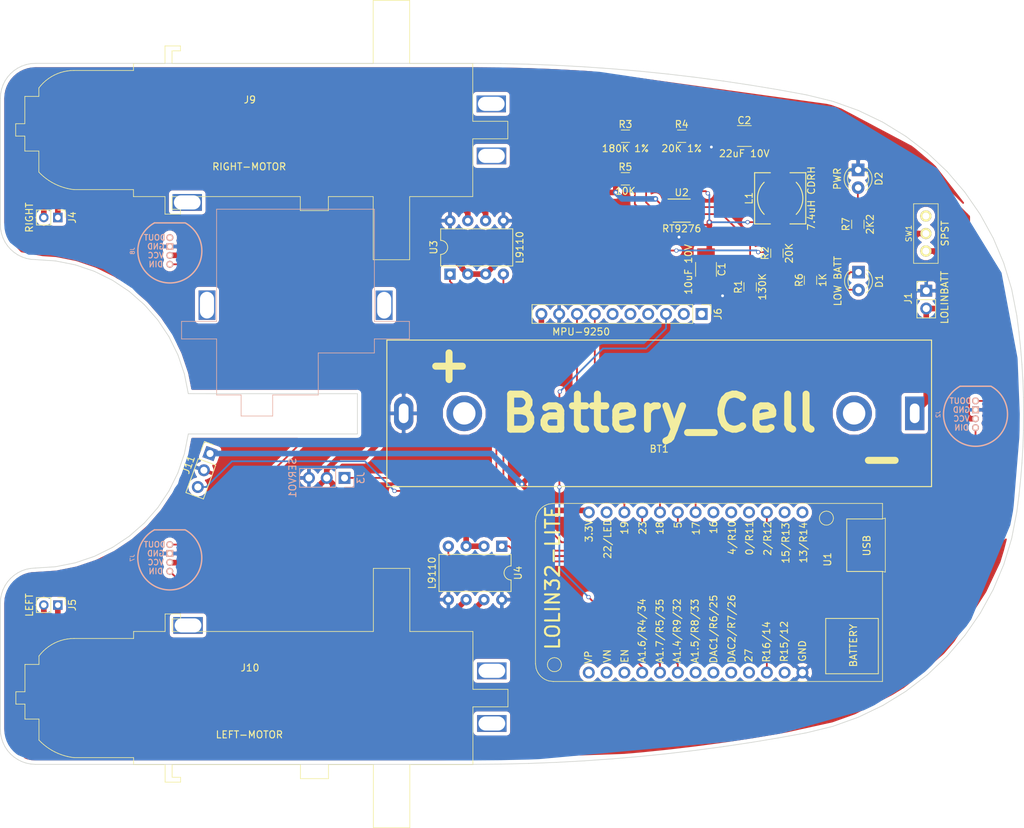
<source format=kicad_pcb>
(kicad_pcb (version 4) (host pcbnew 4.0.6)
  (layers (0 F.Cu signal) (31 B.Cu signal) (34 B.Paste user) (35 F.Paste user) (36 B.SilkS user) (37 F.SilkS user) (38 B.Mask user) (39 F.Mask user) (44 Edge.Cuts user))
  (net 0 "")
  (net 1 GND)
  (net 2 "Net-(BT1-Pad1)")
  (net 3 "Net-(C1-Pad1)")
  (net 4 +5V)
  (net 5 /LBO)
  (net 6 "Net-(D1-Pad2)")
  (net 7 "Net-(D2-Pad2)")
  (net 8 /IO17)
  (net 9 "Net-(J2-Pad4)")
  (net 10 /IO2)
  (net 11 "Net-(J4-Pad1)")
  (net 12 "Net-(J4-Pad2)")
  (net 13 "Net-(J5-Pad1)")
  (net 14 "Net-(J5-Pad2)")
  (net 15 /FSYNC)
  (net 16 /NCS)
  (net 17 /INT)
  (net 18 /ADO)
  (net 19 /ECL)
  (net 20 /EDA)
  (net 21 /IO18)
  (net 22 /IO19)
  (net 23 +3V3)
  (net 24 "Net-(J7-Pad4)")
  (net 25 "Net-(R1-Pad2)")
  (net 26 "Net-(R3-Pad2)")
  (net 27 /IO22)
  (net 28 /IO23)
  (net 29 /IO5)
  (net 30 /IO16)
  (net 31 /IO4)
  (net 32 /IO0)
  (net 33 /IO15)
  (net 34 /IO13)
  (net 35 /VP)
  (net 36 /VN)
  (net 37 /FN)
  (net 38 /IO34)
  (net 39 /IO35)
  (net 40 /IO32)
  (net 41 /IO33)
  (net 42 /IO25)
  (net 43 /IO26)
  (net 44 /IO27)
  (net 45 /IO12)
  (net 46 "Net-(U2-Pad8)")
  (net 47 "Net-(L1-Pad2)")
  (net 48 "Net-(J8-Pad4)")
  (net 49 "Net-(J12-Pad1)")
  (net 50 "Net-(J13-Pad1)")
  (net 51 "Net-(J14-Pad1)")
  (net 52 "Net-(J15-Pad1)")
  (net 53 "Net-(J16-Pad1)")
  (net 54 "Net-(J17-Pad1)")
  (net 55 "Net-(J18-Pad1)")
  (net 56 "Net-(J19-Pad1)")
  (module libs:BH-18650 (layer F.Cu) (at 144.965 89.19)
    (fp_text reference BT1 (at 0 5.08) (layer F.SilkS))
    (fp_text value Battery_Cell (at 0 0) (layer F.SilkS) (effects (font (size 5 5) (thickness 1))))
    (fp_text user + (at -29.975 -7.08) (layer F.SilkS) (effects (font (size 5 5) (thickness 1))))
    (fp_text user - (at 31.75 6.35) (layer F.SilkS) (effects (font (size 5 5) (thickness 1))))
    (pad 2 thru_hole oval (at -36.45 0) (size 2.76 4.8) (drill oval 1.38 2.8) (layers *.Cu *.Mask) (net 1 GND))
    (pad "" thru_hole circle (at 27.805 0) (size 5.08 5.08) (drill 3.2) (layers *.Cu *.Mask))
    (pad "" thru_hole circle (at -27.805 0) (size 5.08 5.08) (drill 3.2) (layers *.Cu *.Mask))
    (pad 1 thru_hole rect (at 36.45 0) (size 2.76 4.8) (drill oval 1.38 2.8) (layers *.Cu *.Mask) (net 2 "Net-(BT1-Pad1)"))
  )
  (module Capacitors_SMD:C_1210_HandSoldering (layer F.Cu) (at 151.64308 68.6562 270)
    (fp_text reference C1 (at 0 -2.25 270) (layer F.SilkS))
    (fp_text value "10uF 10V" (at 0 2.5 270) (layer F.SilkS))
    (pad 1 smd rect (at -2 0 270) (size 2 2.5) (layers F.Cu F.Paste F.Mask) (net 3 "Net-(C1-Pad1)"))
    (pad 2 smd rect (at 2 0 270) (size 2 2.5) (layers F.Cu F.Paste F.Mask) (net 1 GND))
  )
  (module Capacitors_SMD:C_1210_HandSoldering (layer F.Cu) (at 157.11 49.63 180)
    (fp_text reference C2 (at 0 2.23 180) (layer F.SilkS))
    (fp_text value "22uF 10V" (at 0 -2.5 180) (layer F.SilkS))
    (pad 1 smd rect (at -2 0 180) (size 2 2.5) (layers F.Cu F.Paste F.Mask) (net 4 +5V))
    (pad 2 smd rect (at 2 0 180) (size 2 2.5) (layers F.Cu F.Paste F.Mask) (net 1 GND))
  )
  (module LEDs:LED_D3.0mm (layer F.Cu) (at 173.4 69.05 270)
    (fp_text reference D1 (at 1.27 -2.96 270) (layer F.SilkS))
    (fp_text value "LOW BATT" (at 1.27 2.96 270) (layer F.SilkS))
    (pad 1 thru_hole rect (at 0 0 270) (size 1.8 1.8) (drill 0.9) (layers *.Cu *.Mask) (net 5 /LBO))
    (pad 2 thru_hole circle (at 2.54 0 270) (size 1.8 1.8) (drill 0.9) (layers *.Cu *.Mask) (net 6 "Net-(D1-Pad2)"))
  )
  (module LEDs:LED_D3.0mm (layer F.Cu) (at 173.3423 54.4576 270)
    (fp_text reference D2 (at 1.27 -2.96 270) (layer F.SilkS))
    (fp_text value PWR (at 1.27 2.96 270) (layer F.SilkS))
    (pad 1 thru_hole rect (at 0 0 270) (size 1.8 1.8) (drill 0.9) (layers *.Cu *.Mask) (net 1 GND))
    (pad 2 thru_hole circle (at 2.54 0 270) (size 1.8 1.8) (drill 0.9) (layers *.Cu *.Mask) (net 7 "Net-(D2-Pad2)"))
  )
  (module Pin_Headers:Pin_Header_Straight_1x02_Pitch2.54mm (layer F.Cu) (at 183.06 71.7)
    (fp_text reference J1 (at -2.57 1.09 90) (layer F.SilkS))
    (fp_text value LOLINBATT (at 2.62 0.96 270) (layer F.SilkS))
    (pad 1 thru_hole rect (at 0 0) (size 1.7 1.7) (drill 1) (layers *.Cu *.Mask) (net 1 GND))
    (pad 2 thru_hole oval (at 0 2.54) (size 1.7 1.7) (drill 1) (layers *.Cu *.Mask) (net 2 "Net-(BT1-Pad1)"))
  )
  (module libs:LED_8MM_APA-106 (layer B.Cu) (at 190.09 89.325 270)
    (fp_text reference J2 (at 0 5.334 270) (layer B.SilkS) (effects (font (size 0.6 0.6) (thickness 0.1)) (justify mirror)))
    (fp_text value APA106 hide)
    (fp_text user DIN (at 1.905 2 540) (layer B.SilkS) (effects (font (size 0.8 0.8)) (justify mirror)))
    (fp_text user VCC (at 0.635 2 540) (layer B.SilkS) (effects (font (size 0.8 0.8)) (justify mirror)))
    (fp_text user GND (at -0.635 2 540) (layer B.SilkS) (effects (font (size 0.8 0.8)) (justify mirror)))
    (fp_text user DOUT (at -1.91 2.16 540) (layer B.SilkS) (effects (font (size 0.8 0.8)) (justify mirror)))
    (pad 2 thru_hole circle (at 0.635 0 270) (size 1 1) (drill 0.6) (layers *.Cu *.Mask B.SilkS) (net 4 +5V))
    (pad 3 thru_hole rect (at -0.635 0 270) (size 1 1) (drill 0.6) (layers *.Cu *.Mask B.SilkS) (net 1 GND))
    (pad 1 thru_hole circle (at 1.905 0 270) (size 1 1) (drill 0.6) (layers *.Cu *.Mask B.SilkS) (net 8 /IO17))
    (pad 4 thru_hole circle (at -1.905 0 270) (size 1 1) (drill 0.6) (layers *.Cu *.Mask B.SilkS) (net 9 "Net-(J2-Pad4)"))
  )
  (module Pin_Headers:Pin_Header_Straight_1x03_Pitch2.54mm (layer B.Cu) (at 100.08 98.4 90)
    (fp_text reference J3 (at 0 2.33 90) (layer B.SilkS) (effects (justify mirror)))
    (fp_text value SERVO1 (at 0 -7.41 90) (layer B.SilkS) (effects (justify mirror)))
    (pad 1 thru_hole rect (at 0 0 90) (size 1.7 1.7) (drill 1) (layers *.Cu *.Mask) (net 10 /IO2))
    (pad 2 thru_hole oval (at 0 -2.54 90) (size 1.7 1.7) (drill 1) (layers *.Cu *.Mask) (net 4 +5V))
    (pad 3 thru_hole oval (at 0 -5.08 90) (size 1.7 1.7) (drill 1) (layers *.Cu *.Mask) (net 1 GND))
  )
  (module Pin_Headers:Pin_Header_Straight_1x02_Pitch2.00mm (layer F.Cu) (at 59.18 61.25464 270)
    (fp_text reference J4 (at 0 -2.06 270) (layer F.SilkS))
    (fp_text value RIGHT (at 0 4.06 270) (layer F.SilkS))
    (pad 1 thru_hole rect (at 0 0 270) (size 1.35 1.35) (drill 0.8) (layers *.Cu *.Mask) (net 11 "Net-(J4-Pad1)"))
    (pad 2 thru_hole oval (at 0 2 270) (size 1.35 1.35) (drill 0.8) (layers *.Cu *.Mask) (net 12 "Net-(J4-Pad2)"))
  )
  (module Pin_Headers:Pin_Header_Straight_1x02_Pitch2.00mm (layer F.Cu) (at 59.18 116.54 270)
    (fp_text reference J5 (at 0 -2.06 270) (layer F.SilkS))
    (fp_text value LEFT (at 0 4.06 270) (layer F.SilkS))
    (pad 1 thru_hole rect (at 0 0 270) (size 1.35 1.35) (drill 0.8) (layers *.Cu *.Mask) (net 13 "Net-(J5-Pad1)"))
    (pad 2 thru_hole oval (at 0 2 270) (size 1.35 1.35) (drill 0.8) (layers *.Cu *.Mask) (net 14 "Net-(J5-Pad2)"))
  )
  (module Pin_Headers:Pin_Header_Straight_1x10_Pitch2.54mm (layer F.Cu) (at 151.01824 75.01636 270)
    (fp_text reference J6 (at 0 -2.33 270) (layer F.SilkS))
    (fp_text value MPU-9250 (at 2.54 17.19 360) (layer F.SilkS))
    (pad 1 thru_hole rect (at 0 0 270) (size 1.7 1.7) (drill 1) (layers *.Cu *.Mask) (net 15 /FSYNC))
    (pad 2 thru_hole oval (at 0 2.54 270) (size 1.7 1.7) (drill 1) (layers *.Cu *.Mask) (net 16 /NCS))
    (pad 3 thru_hole oval (at 0 5.08 270) (size 1.7 1.7) (drill 1) (layers *.Cu *.Mask) (net 17 /INT))
    (pad 4 thru_hole oval (at 0 7.62 270) (size 1.7 1.7) (drill 1) (layers *.Cu *.Mask) (net 18 /ADO))
    (pad 5 thru_hole oval (at 0 10.16 270) (size 1.7 1.7) (drill 1) (layers *.Cu *.Mask) (net 19 /ECL))
    (pad 6 thru_hole oval (at 0 12.7 270) (size 1.7 1.7) (drill 1) (layers *.Cu *.Mask) (net 20 /EDA))
    (pad 7 thru_hole oval (at 0 15.24 270) (size 1.7 1.7) (drill 1) (layers *.Cu *.Mask) (net 21 /IO18))
    (pad 8 thru_hole oval (at 0 17.78 270) (size 1.7 1.7) (drill 1) (layers *.Cu *.Mask) (net 22 /IO19))
    (pad 9 thru_hole oval (at 0 20.32 270) (size 1.7 1.7) (drill 1) (layers *.Cu *.Mask) (net 1 GND))
    (pad 10 thru_hole oval (at 0 22.86 270) (size 1.7 1.7) (drill 1) (layers *.Cu *.Mask) (net 23 +3V3))
  )
  (module libs:LED_8MM_APA-106 (layer B.Cu) (at 75.15 109.815 270)
    (fp_text reference J7 (at 0 5.334 270) (layer B.SilkS) (effects (font (size 0.6 0.6) (thickness 0.1)) (justify mirror)))
    (fp_text value APA106 hide)
    (fp_text user DIN (at 1.905 2 540) (layer B.SilkS) (effects (font (size 0.8 0.8)) (justify mirror)))
    (fp_text user VCC (at 0.635 2 540) (layer B.SilkS) (effects (font (size 0.8 0.8)) (justify mirror)))
    (fp_text user GND (at -0.635 2 540) (layer B.SilkS) (effects (font (size 0.8 0.8)) (justify mirror)))
    (fp_text user DOUT (at -1.91 2.16 540) (layer B.SilkS) (effects (font (size 0.8 0.8)) (justify mirror)))
    (pad 2 thru_hole circle (at 0.635 0 270) (size 1 1) (drill 0.6) (layers *.Cu *.Mask B.SilkS) (net 4 +5V))
    (pad 3 thru_hole rect (at -0.635 0 270) (size 1 1) (drill 0.6) (layers *.Cu *.Mask B.SilkS) (net 1 GND))
    (pad 1 thru_hole circle (at 1.905 0 270) (size 1 1) (drill 0.6) (layers *.Cu *.Mask B.SilkS) (net 9 "Net-(J2-Pad4)"))
    (pad 4 thru_hole circle (at -1.905 0 270) (size 1 1) (drill 0.6) (layers *.Cu *.Mask B.SilkS) (net 24 "Net-(J7-Pad4)"))
  )
  (module Resistors_SMD:R_0805_HandSoldering (layer F.Cu) (at 157.94 71.14 90)
    (fp_text reference R1 (at 0 -1.7 90) (layer F.SilkS))
    (fp_text value 130K (at 0 1.75 90) (layer F.SilkS))
    (pad 1 smd rect (at -1.35 0 90) (size 1.5 1.3) (layers F.Cu F.Paste F.Mask) (net 3 "Net-(C1-Pad1)"))
    (pad 2 smd rect (at 1.35 0 90) (size 1.5 1.3) (layers F.Cu F.Paste F.Mask) (net 25 "Net-(R1-Pad2)"))
  )
  (module Resistors_SMD:R_0805_HandSoldering (layer F.Cu) (at 161.75736 66.35116 90)
    (fp_text reference R2 (at 0 -1.7 90) (layer F.SilkS))
    (fp_text value 20K (at 0 1.75 90) (layer F.SilkS))
    (pad 1 smd rect (at -1.35 0 90) (size 1.5 1.3) (layers F.Cu F.Paste F.Mask) (net 25 "Net-(R1-Pad2)"))
    (pad 2 smd rect (at 1.35 0 90) (size 1.5 1.3) (layers F.Cu F.Paste F.Mask) (net 1 GND))
  )
  (module Resistors_SMD:R_0805_HandSoldering (layer F.Cu) (at 140.15 49.66)
    (fp_text reference R3 (at 0 -1.7) (layer F.SilkS))
    (fp_text value "180K 1%" (at 0 1.75) (layer F.SilkS))
    (pad 1 smd rect (at -1.35 0) (size 1.5 1.3) (layers F.Cu F.Paste F.Mask) (net 4 +5V))
    (pad 2 smd rect (at 1.35 0) (size 1.5 1.3) (layers F.Cu F.Paste F.Mask) (net 26 "Net-(R3-Pad2)"))
  )
  (module Resistors_SMD:R_0805_HandSoldering (layer F.Cu) (at 148.17 49.66)
    (fp_text reference R4 (at 0 -1.7) (layer F.SilkS))
    (fp_text value "20K 1%" (at 0 1.75) (layer F.SilkS))
    (pad 1 smd rect (at -1.35 0) (size 1.5 1.3) (layers F.Cu F.Paste F.Mask) (net 26 "Net-(R3-Pad2)"))
    (pad 2 smd rect (at 1.35 0) (size 1.5 1.3) (layers F.Cu F.Paste F.Mask) (net 1 GND))
  )
  (module Resistors_SMD:R_0805_HandSoldering (layer F.Cu) (at 140.14 55.74)
    (fp_text reference R5 (at 0 -1.7) (layer F.SilkS))
    (fp_text value 10K (at 0 1.75) (layer F.SilkS))
    (pad 1 smd rect (at -1.35 0) (size 1.5 1.3) (layers F.Cu F.Paste F.Mask) (net 4 +5V))
    (pad 2 smd rect (at 1.35 0) (size 1.5 1.3) (layers F.Cu F.Paste F.Mask) (net 5 /LBO))
  )
  (module Resistors_SMD:R_0805_HandSoldering (layer F.Cu) (at 166.55 70.21 270)
    (fp_text reference R6 (at -0.02472 1.62272 270) (layer F.SilkS))
    (fp_text value 1K (at -0.02472 -1.74024 270) (layer F.SilkS))
    (pad 1 smd rect (at -1.35 0 270) (size 1.5 1.3) (layers F.Cu F.Paste F.Mask) (net 4 +5V))
    (pad 2 smd rect (at 1.35 0 270) (size 1.5 1.3) (layers F.Cu F.Paste F.Mask) (net 6 "Net-(D1-Pad2)"))
  )
  (module Resistors_SMD:R_0805_HandSoldering (layer F.Cu) (at 173.3042 62.2173 90)
    (fp_text reference R7 (at 0 -1.7 90) (layer F.SilkS))
    (fp_text value 2K2 (at 0 1.75 90) (layer F.SilkS))
    (pad 1 smd rect (at -1.35 0 90) (size 1.5 1.3) (layers F.Cu F.Paste F.Mask) (net 4 +5V))
    (pad 2 smd rect (at 1.35 0 90) (size 1.5 1.3) (layers F.Cu F.Paste F.Mask) (net 7 "Net-(D2-Pad2)"))
  )
  (module libs:SS12D00 (layer F.Cu) (at 183.01 63.54 90)
    (fp_text reference SW1 (at 0.01 -2.44 90) (layer F.SilkS) (effects (font (size 0.8 0.8) (thickness 0.12))))
    (fp_text value SPST (at 0.01 2.73 90) (layer F.SilkS))
    (pad 2 thru_hole circle (at 0 0 90) (size 1.6 1.6) (drill 1) (layers *.Cu *.Mask F.SilkS) (net 3 "Net-(C1-Pad1)"))
    (pad 1 thru_hole circle (at -2.5 0 90) (size 1.6 1.6) (drill 1) (layers *.Cu *.Mask F.SilkS) (net 2 "Net-(BT1-Pad1)"))
    (pad 3 thru_hole circle (at 2.5 0 90) (size 1.6 1.6) (drill 1) (layers *.Cu *.Mask F.SilkS))
  )
  (module Housings_DFN_QFN:DFN-10-1EP_3x3mm_Pitch0.5mm (layer F.Cu) (at 148.1725 60.27)
    (fp_text reference U2 (at 0 -2.575) (layer F.SilkS))
    (fp_text value RT9276 (at 0 2.575) (layer F.SilkS))
    (pad 1 smd rect (at -1.55 -1) (size 0.65 0.3) (layers F.Cu F.Paste F.Mask) (net 3 "Net-(C1-Pad1)"))
    (pad 2 smd rect (at -1.55 -0.5) (size 0.65 0.3) (layers F.Cu F.Paste F.Mask) (net 4 +5V))
    (pad 3 smd rect (at -1.55 0) (size 0.65 0.3) (layers F.Cu F.Paste F.Mask) (net 26 "Net-(R3-Pad2)"))
    (pad 4 smd rect (at -1.55 0.5) (size 0.65 0.3) (layers F.Cu F.Paste F.Mask) (net 5 /LBO))
    (pad 5 smd rect (at -1.55 1) (size 0.65 0.3) (layers F.Cu F.Paste F.Mask) (net 1 GND))
    (pad 6 smd rect (at 1.55 1) (size 0.65 0.3) (layers F.Cu F.Paste F.Mask) (net 3 "Net-(C1-Pad1)"))
    (pad 7 smd rect (at 1.55 0.5) (size 0.65 0.3) (layers F.Cu F.Paste F.Mask) (net 25 "Net-(R1-Pad2)"))
    (pad 8 smd rect (at 1.55 0) (size 0.65 0.3) (layers F.Cu F.Paste F.Mask) (net 46 "Net-(U2-Pad8)"))
    (pad 9 smd rect (at 1.55 -0.5) (size 0.65 0.3) (layers F.Cu F.Paste F.Mask) (net 47 "Net-(L1-Pad2)"))
    (pad 10 smd rect (at 1.55 -1) (size 0.65 0.3) (layers F.Cu F.Paste F.Mask) (net 1 GND))
    (pad 11 smd rect (at 0.3875 0.62) (size 0.775 1.24) (layers F.Cu F.Paste F.Mask) (net 1 GND))
    (pad 11 smd rect (at 0.3875 -0.62) (size 0.775 1.24) (layers F.Cu F.Paste F.Mask) (net 1 GND))
    (pad 11 smd rect (at -0.3875 0.62) (size 0.775 1.24) (layers F.Cu F.Paste F.Mask) (net 1 GND))
    (pad 11 smd rect (at -0.3875 -0.62) (size 0.775 1.24) (layers F.Cu F.Paste F.Mask) (net 1 GND))
  )
  (module Housings_DIP:DIP-8_W7.62mm (layer F.Cu) (at 115.12296 69.32676 90)
    (fp_text reference U3 (at 3.81 -2.33 90) (layer F.SilkS))
    (fp_text value L9110 (at 3.81 9.95 90) (layer F.SilkS))
    (pad 1 thru_hole rect (at 0 0 90) (size 1.6 1.6) (drill 0.8) (layers *.Cu *.Mask) (net 29 /IO5))
    (pad 5 thru_hole oval (at 7.62 7.62 90) (size 1.6 1.6) (drill 0.8) (layers *.Cu *.Mask) (net 1 GND))
    (pad 2 thru_hole oval (at 0 2.54 90) (size 1.6 1.6) (drill 0.8) (layers *.Cu *.Mask) (net 4 +5V))
    (pad 6 thru_hole oval (at 7.62 5.08 90) (size 1.6 1.6) (drill 0.8) (layers *.Cu *.Mask) (net 12 "Net-(J4-Pad2)"))
    (pad 3 thru_hole oval (at 0 5.08 90) (size 1.6 1.6) (drill 0.8) (layers *.Cu *.Mask) (net 4 +5V))
    (pad 7 thru_hole oval (at 7.62 2.54 90) (size 1.6 1.6) (drill 0.8) (layers *.Cu *.Mask) (net 11 "Net-(J4-Pad1)"))
    (pad 4 thru_hole oval (at 0 7.62 90) (size 1.6 1.6) (drill 0.8) (layers *.Cu *.Mask) (net 28 /IO23))
    (pad 8 thru_hole oval (at 7.62 0 90) (size 1.6 1.6) (drill 0.8) (layers *.Cu *.Mask) (net 1 GND))
  )
  (module Housings_DIP:DIP-8_W7.62mm (layer F.Cu) (at 122.50928 108.14812 270)
    (fp_text reference U4 (at 3.81 -2.33 270) (layer F.SilkS))
    (fp_text value L9110 (at 3.81 9.95 270) (layer F.SilkS))
    (pad 1 thru_hole rect (at 0 0 270) (size 1.6 1.6) (drill 0.8) (layers *.Cu *.Mask) (net 39 /IO35))
    (pad 5 thru_hole oval (at 7.62 7.62 270) (size 1.6 1.6) (drill 0.8) (layers *.Cu *.Mask) (net 1 GND))
    (pad 2 thru_hole oval (at 0 2.54 270) (size 1.6 1.6) (drill 0.8) (layers *.Cu *.Mask) (net 4 +5V))
    (pad 6 thru_hole oval (at 7.62 5.08 270) (size 1.6 1.6) (drill 0.8) (layers *.Cu *.Mask) (net 13 "Net-(J5-Pad1)"))
    (pad 3 thru_hole oval (at 0 5.08 270) (size 1.6 1.6) (drill 0.8) (layers *.Cu *.Mask) (net 4 +5V))
    (pad 7 thru_hole oval (at 7.62 2.54 270) (size 1.6 1.6) (drill 0.8) (layers *.Cu *.Mask) (net 14 "Net-(J5-Pad2)"))
    (pad 4 thru_hole oval (at 0 7.62 270) (size 1.6 1.6) (drill 0.8) (layers *.Cu *.Mask) (net 38 /IO34))
    (pad 8 thru_hole oval (at 7.62 0 270) (size 1.6 1.6) (drill 0.8) (layers *.Cu *.Mask) (net 1 GND))
  )
  (module libs:LED_8MM_APA-106 (layer B.Cu) (at 75.16 66.025 270)
    (fp_text reference J8 (at 0 5.334 270) (layer B.SilkS) (effects (font (size 0.6 0.6) (thickness 0.1)) (justify mirror)))
    (fp_text value APA106 hide)
    (fp_text user DIN (at 1.905 2 540) (layer B.SilkS) (effects (font (size 0.8 0.8)) (justify mirror)))
    (fp_text user VCC (at 0.635 2 540) (layer B.SilkS) (effects (font (size 0.8 0.8)) (justify mirror)))
    (fp_text user GND (at -0.635 2 540) (layer B.SilkS) (effects (font (size 0.8 0.8)) (justify mirror)))
    (fp_text user DOUT (at -1.91 2.16 540) (layer B.SilkS) (effects (font (size 0.8 0.8)) (justify mirror)))
    (pad 2 thru_hole circle (at 0.635 0 270) (size 1 1) (drill 0.6) (layers *.Cu *.Mask B.SilkS) (net 4 +5V))
    (pad 3 thru_hole rect (at -0.635 0 270) (size 1 1) (drill 0.6) (layers *.Cu *.Mask B.SilkS) (net 1 GND))
    (pad 1 thru_hole circle (at 1.905 0 270) (size 1 1) (drill 0.6) (layers *.Cu *.Mask B.SilkS) (net 24 "Net-(J7-Pad4)"))
    (pad 4 thru_hole circle (at -1.905 0 270) (size 1 1) (drill 0.6) (layers *.Cu *.Mask B.SilkS) (net 48 "Net-(J8-Pad4)"))
  )
  (module libs:DC-Motor (layer F.Cu) (at 86.49 48.87 180)
    (fp_text reference J9 (at -0.08 4.41 180) (layer F.SilkS))
    (fp_text value RIGHT-MOTOR (at 0.01 -5.13 180) (layer F.SilkS))
  )
  (module libs:DC-Motor (layer F.Cu) (at 86.51 129.9 180)
    (fp_text reference J10 (at -0.08 4.41 180) (layer F.SilkS))
    (fp_text value LEFT-MOTOR (at 0.01 -5.13 180) (layer F.SilkS))
  )
  (module libs:lolin32-lite (layer F.Cu) (at 153.34 114.74 90)
    (fp_text reference U1 (at 4.71 15.64 90) (layer F.SilkS))
    (fp_text value LOLIN32-LITE (at 2.1 -23.57 90) (layer F.SilkS) (effects (font (size 2 2) (thickness 0.3))))
    (fp_text user 23 (at 9.2 -10.73 90) (layer F.SilkS))
    (fp_text user 19 (at 9.2 -13.32 90) (layer F.SilkS))
    (fp_text user 22/LED (at 7.64 -15.73 90) (layer F.SilkS))
    (fp_text user 3.3V (at 8.78 -18.38 90) (layer F.SilkS))
    (fp_text user BATTERY (at -7.58 19.33 90) (layer F.SilkS))
    (fp_text user USB (at 6.68 21.24 90) (layer F.SilkS))
    (fp_text user 18 (at 9.17 -8.28 90) (layer F.SilkS))
    (fp_text user 5 (at 9.62 -5.69 90) (layer F.SilkS))
    (fp_text user 16 (at 9.3 -0.62 90) (layer F.SilkS))
    (fp_text user 17 (at 9.12 -3.11 90) (layer F.SilkS))
    (fp_text user VP (at -9.24 -18.47 90) (layer F.SilkS))
    (fp_text user VN (at -9.06 -15.79 90) (layer F.SilkS))
    (fp_text user A1.6/R4/34 (at -5.46 -10.83 90) (layer F.SilkS))
    (fp_text user EN (at -9.06 -13.29 90) (layer F.SilkS))
    (fp_text user A1.7/R5/35 (at -5.5 -8.28 90) (layer F.SilkS))
    (fp_text user A1.4/R9/32 (at -5.46 -5.82 90) (layer F.SilkS))
    (fp_text user A1.5/R8/33 (at -5.5 -3.27 90) (layer F.SilkS))
    (fp_text user DAC1/R6/25 (at -5.22 -0.61 90) (layer F.SilkS))
    (fp_text user DAC2/R7/26 (at -5.17 1.97 90) (layer F.SilkS))
    (fp_text user 4/R10 (at 7.8 2.03 90) (layer F.SilkS))
    (fp_text user 0/R11 (at 7.75 4.51 90) (layer F.SilkS))
    (fp_text user 15/R13 (at 7.05 9.68 90) (layer F.SilkS))
    (fp_text user 2/R12 (at 7.69 7.09 90) (layer F.SilkS))
    (fp_text user 13/R14 (at 7.1 12.21 90) (layer F.SilkS))
    (fp_text user 27 (at -8.99 4.4 90) (layer F.SilkS))
    (fp_text user R15/12 (at -7 9.46 90) (layer F.SilkS))
    (fp_text user R16/14 (at -7.05 6.93 90) (layer F.SilkS))
    (fp_text user GND (at -8.35 12.05 90) (layer F.SilkS))
    (pad 26 thru_hole circle (at 11.43 -18.42 90) (size 1.7 1.7) (drill 1) (layers *.Cu *.Mask) (net 23 +3V3))
    (pad 25 thru_hole circle (at 11.43 -15.88 90) (size 1.7 1.7) (drill 1) (layers *.Cu *.Mask) (net 27 /IO22))
    (pad 24 thru_hole circle (at 11.43 -13.34 90) (size 1.7 1.7) (drill 1) (layers *.Cu *.Mask) (net 22 /IO19))
    (pad 23 thru_hole circle (at 11.43 -10.8 90) (size 1.7 1.7) (drill 1) (layers *.Cu *.Mask) (net 28 /IO23))
    (pad 22 thru_hole circle (at 11.43 -8.26 90) (size 1.7 1.7) (drill 1) (layers *.Cu *.Mask) (net 21 /IO18))
    (pad 21 thru_hole circle (at 11.43 -5.72 90) (size 1.7 1.7) (drill 1) (layers *.Cu *.Mask) (net 29 /IO5))
    (pad 20 thru_hole circle (at 11.43 -3.18 90) (size 1.7 1.7) (drill 1) (layers *.Cu *.Mask) (net 8 /IO17))
    (pad 19 thru_hole circle (at 11.43 -0.64 90) (size 1.7 1.7) (drill 1) (layers *.Cu *.Mask) (net 30 /IO16))
    (pad 18 thru_hole circle (at 11.43 1.9 90) (size 1.7 1.7) (drill 1) (layers *.Cu *.Mask) (net 31 /IO4))
    (pad 17 thru_hole circle (at 11.43 4.44 90) (size 1.7 1.7) (drill 1) (layers *.Cu *.Mask) (net 32 /IO0))
    (pad 16 thru_hole circle (at 11.43 6.98 90) (size 1.7 1.7) (drill 1) (layers *.Cu *.Mask) (net 10 /IO2))
    (pad 15 thru_hole circle (at 11.43 9.52 90) (size 1.7 1.7) (drill 1) (layers *.Cu *.Mask) (net 33 /IO15))
    (pad 14 thru_hole circle (at 11.43 12.06 90) (size 1.7 1.7) (drill 1) (layers *.Cu *.Mask) (net 34 /IO13))
    (pad 1 thru_hole circle (at -11.43 -18.42 90) (size 1.7 1.7) (drill 1) (layers *.Cu *.Mask) (net 35 /VP))
    (pad 2 thru_hole circle (at -11.43 -15.88 90) (size 1.7 1.7) (drill 1) (layers *.Cu *.Mask) (net 36 /VN))
    (pad 3 thru_hole circle (at -11.43 -13.34 90) (size 1.7 1.7) (drill 1) (layers *.Cu *.Mask) (net 37 /FN))
    (pad 4 thru_hole circle (at -11.43 -10.8 90) (size 1.7 1.7) (drill 1) (layers *.Cu *.Mask) (net 38 /IO34))
    (pad 5 thru_hole circle (at -11.43 -8.26 90) (size 1.7 1.7) (drill 1) (layers *.Cu *.Mask) (net 39 /IO35))
    (pad 6 thru_hole circle (at -11.43 -5.72 90) (size 1.7 1.7) (drill 1) (layers *.Cu *.Mask) (net 40 /IO32))
    (pad 7 thru_hole circle (at -11.43 -3.18 90) (size 1.7 1.7) (drill 1) (layers *.Cu *.Mask) (net 41 /IO33))
    (pad 8 thru_hole circle (at -11.43 -0.64 90) (size 1.7 1.7) (drill 1) (layers *.Cu *.Mask) (net 42 /IO25))
    (pad 9 thru_hole circle (at -11.43 1.9 90) (size 1.7 1.7) (drill 1) (layers *.Cu *.Mask) (net 43 /IO26))
    (pad 10 thru_hole circle (at -11.43 4.44 90) (size 1.7 1.7) (drill 1) (layers *.Cu *.Mask) (net 44 /IO27))
    (pad 11 thru_hole circle (at -11.43 6.98 90) (size 1.7 1.7) (drill 1) (layers *.Cu *.Mask) (net 17 /INT))
    (pad 12 thru_hole circle (at -11.43 9.52 90) (size 1.7 1.7) (drill 1) (layers *.Cu *.Mask) (net 45 /IO12))
    (pad 13 thru_hole circle (at -11.43 12.06 90) (size 1.7 1.7) (drill 1) (layers *.Cu *.Mask) (net 1 GND))
  )
  (module Pin_Headers:Pin_Header_Straight_1x03_Pitch2.54mm (layer F.Cu) (at 80.88884 94.92488 340)
    (fp_text reference J11 (at -2.32156 2.54 430) (layer F.SilkS))
    (fp_text value REFLECT_ hide)
    (pad 1 thru_hole rect (at 0 0 340) (size 1.7 1.7) (drill 1) (layers *.Cu *.Mask) (net 23 +3V3))
    (pad 2 thru_hole oval (at 0 2.54 340) (size 1.7 1.7) (drill 1) (layers *.Cu *.Mask) (net 1 GND))
    (pad 3 thru_hole oval (at 0 5.08 340) (size 1.7 1.7) (drill 1) (layers *.Cu *.Mask) (net 40 /IO32))
  )
  (module Mounting_Holes:MountingHole_3.2mm_M3_Pad (layer F.Cu) (at 105.73004 73.76668)
    (fp_text reference J12 hide)
    (fp_text value MECH hide)
    (pad 1 thru_hole rect (at 0 0) (size 2.4 4.2) (drill oval 2 3.8) (layers *.Cu *.Mask) (net 49 "Net-(J12-Pad1)"))
  )
  (module Mounting_Holes:MountingHole_3.2mm_M3_Pad (layer F.Cu) (at 121.08688 125.92304)
    (fp_text reference J13 hide)
    (fp_text value MECH hide)
    (pad 1 thru_hole rect (at 0 0) (size 4.2 2.4) (drill oval 3.8 2) (layers *.Cu *.Mask) (net 50 "Net-(J13-Pad1)"))
  )
  (module Mounting_Holes:MountingHole_3.2mm_M3_Pad (layer F.Cu) (at 121.09196 133.43128)
    (fp_text reference J14 hide)
    (fp_text value MECH hide)
    (pad 1 thru_hole rect (at 0 0) (size 4.2 2.4) (drill oval 3.8 2) (layers *.Cu *.Mask) (net 51 "Net-(J14-Pad1)"))
  )
  (module Mounting_Holes:MountingHole_3.2mm_M3_Pad (layer F.Cu) (at 80.45704 73.75652)
    (fp_text reference J15 hide)
    (fp_text value MECH hide)
    (pad 1 thru_hole rect (at 0 0) (size 2.4 4.2) (drill oval 2 3.8) (layers *.Cu *.Mask) (net 52 "Net-(J15-Pad1)"))
  )
  (module Mounting_Holes:MountingHole_3.2mm_M3_Pad (layer F.Cu) (at 77.75448 119.44096)
    (fp_text reference J16 hide)
    (fp_text value MECH hide)
    (pad 1 thru_hole rect (at 0 0) (size 4.2 2.4) (drill oval 3.8 2) (layers *.Cu *.Mask) (net 53 "Net-(J16-Pad1)"))
  )
  (module Mounting_Holes:MountingHole_3.2mm_M3_Pad (layer F.Cu) (at 77.63764 59.10072)
    (fp_text reference J17 hide)
    (fp_text value MECH hide)
    (pad 1 thru_hole rect (at 0 0) (size 4.2 2.4) (drill oval 3.8 2) (layers *.Cu *.Mask) (net 54 "Net-(J17-Pad1)"))
  )
  (module Choke_SMD:Choke_SMD_7.3x7.3_H3.5 (layer F.Cu) (at 162.22472 58.51652 90)
    (fp_text reference L1 (at 0 -4.445 90) (layer F.SilkS))
    (fp_text value "7.4uH CDRH" (at 0 4.445 90) (layer F.SilkS))
    (pad 1 smd rect (at -3.2 0 90) (size 1.5 2.2) (layers F.Cu F.Paste F.Mask) (net 3 "Net-(C1-Pad1)"))
    (pad 2 smd rect (at 3.2 0 90) (size 1.5 2.2) (layers F.Cu F.Paste F.Mask) (net 47 "Net-(L1-Pad2)"))
  )
  (module Mounting_Holes:MountingHole_3.2mm_M3_Pad (layer F.Cu) (at 121.04116 52.46624)
    (fp_text reference J18 hide)
    (fp_text value MECH hide)
    (pad 1 thru_hole rect (at 0 0) (size 4.2 2.4) (drill oval 3.8 2) (layers *.Cu *.Mask) (net 55 "Net-(J18-Pad1)"))
  )
  (module Mounting_Holes:MountingHole_3.2mm_M3_Pad (layer F.Cu) (at 121.01068 45.04436)
    (fp_text reference J19 hide)
    (fp_text value MECH hide)
    (pad 1 thru_hole rect (at 0 0) (size 4.2 2.4) (drill oval 3.8 2) (layers *.Cu *.Mask) (net 56 "Net-(J19-Pad1)"))
  )
  (gr_line (start 109.331348 76.073309) (end 109.331348 78.573309) (layer B.SilkS) (width 0.1))
  (gr_line (start 81.831348 78.573309) (end 76.831348 78.57331) (layer B.SilkS) (width 0.1))
  (gr_line (start 104.331348 60.073309) (end 104.331348 76.073309) (layer B.SilkS) (width 0.1))
  (gr_line (start 85.331348 86.573309) (end 81.831348 86.573309) (layer B.SilkS) (width 0.1))
  (gr_line (start 96.331348 86.573309) (end 89.831348 86.573309) (layer B.SilkS) (width 0.1))
  (gr_line (start 81.831348 86.573309) (end 81.831348 78.573309) (layer B.SilkS) (width 0.1))
  (gr_line (start 76.831348 76.073309) (end 81.831348 76.073309) (layer B.SilkS) (width 0.1))
  (gr_line (start 89.831348 89.573309) (end 85.331348 89.573309) (layer B.SilkS) (width 0.1))
  (gr_line (start 104.331348 80.573309) (end 96.331348 80.573309) (layer B.SilkS) (width 0.1))
  (gr_line (start 76.831348 78.57331) (end 76.831348 76.073309) (layer B.SilkS) (width 0.1))
  (gr_line (start 104.331348 78.573309) (end 104.331348 80.573309) (layer B.SilkS) (width 0.1))
  (gr_line (start 109.331348 78.573309) (end 104.331348 78.573309) (layer B.SilkS) (width 0.1))
  (gr_line (start 81.831348 60.073309) (end 104.331348 60.073309) (layer B.SilkS) (width 0.1))
  (gr_line (start 104.331348 76.073309) (end 109.331348 76.073309) (layer B.SilkS) (width 0.1))
  (gr_line (start 89.831348 86.573309) (end 89.831348 89.573309) (layer B.SilkS) (width 0.1))
  (gr_line (start 81.831348 76.073309) (end 81.831348 60.073309) (layer B.SilkS) (width 0.1))
  (gr_line (start 85.331348 89.573309) (end 85.331348 86.573309) (layer B.SilkS) (width 0.1))
  (gr_line (start 96.331348 80.573309) (end 96.331348 86.573309) (layer B.SilkS) (width 0.1))
  (gr_line (start 51.150371 63.554095) (end 51.022776 62.912631) (layer Edge.Cuts) (width 0.1))
  (gr_line (start 51.150371 42.965905) (end 51.360602 42.346583) (layer Edge.Cuts) (width 0.1))
  (gr_line (start 52.013233 65.303807) (end 51.649873 64.76) (layer Edge.Cuts) (width 0.1))
  (gr_line (start 50.98 62.26) (end 50.98 44.26) (layer Edge.Cuts) (width 0.1))
  (gr_line (start 52.444466 65.795534) (end 52.013233 65.303807) (layer Edge.Cuts) (width 0.1))
  (gr_line (start 52.936193 66.226767) (end 52.444466 65.795534) (layer Edge.Cuts) (width 0.1))
  (gr_line (start 51.022776 43.607369) (end 51.150371 42.965905) (layer Edge.Cuts) (width 0.1))
  (gr_line (start 50.98 44.26) (end 51.022776 43.607369) (layer Edge.Cuts) (width 0.1))
  (gr_line (start 51.022776 62.912631) (end 50.98 62.26) (layer Edge.Cuts) (width 0.1))
  (gr_line (start 53.48 66.590127) (end 52.936193 66.226767) (layer Edge.Cuts) (width 0.1))
  (gr_line (start 54.066583 66.879398) (end 53.48 66.590127) (layer Edge.Cuts) (width 0.1))
  (gr_line (start 54.685905 67.089629) (end 54.066583 66.879398) (layer Edge.Cuts) (width 0.1))
  (gr_line (start 51.649873 64.76) (end 51.360602 64.173417) (layer Edge.Cuts) (width 0.1))
  (gr_line (start 51.360602 42.346583) (end 51.649873 41.76) (layer Edge.Cuts) (width 0.1))
  (gr_line (start 51.360602 64.173417) (end 51.150371 63.554095) (layer Edge.Cuts) (width 0.1))
  (gr_line (start 53.48 138.590127) (end 52.936193 138.226767) (layer Edge.Cuts) (width 0.1))
  (gr_line (start 52.013233 113.216193) (end 52.444466 112.724466) (layer Edge.Cuts) (width 0.1))
  (gr_line (start 50.98 116.26) (end 51.022776 115.607369) (layer Edge.Cuts) (width 0.1))
  (gr_line (start 51.360602 114.346583) (end 51.649873 113.76) (layer Edge.Cuts) (width 0.1))
  (gr_line (start 51.150371 114.965905) (end 51.360602 114.346583) (layer Edge.Cuts) (width 0.1))
  (gr_line (start 118.359763 139.26) (end 55.98 139.26) (layer Edge.Cuts) (width 0.1))
  (gr_line (start 51.649873 136.76) (end 51.360602 136.173417) (layer Edge.Cuts) (width 0.1))
  (gr_line (start 146.247073 137.725757) (end 142.275955 138.1325) (layer Edge.Cuts) (width 0.1))
  (gr_line (start 55.98 139.26) (end 55.327369 139.217224) (layer Edge.Cuts) (width 0.1))
  (gr_line (start 130.33114 138.977968) (end 126.342321 139.13464) (layer Edge.Cuts) (width 0.1))
  (gr_line (start 126.342321 139.13464) (end 122.351534 139.228658) (layer Edge.Cuts) (width 0.1))
  (gr_line (start 51.022776 115.607369) (end 51.150371 114.965905) (layer Edge.Cuts) (width 0.1))
  (gr_line (start 50.98 134.26) (end 50.98 116.26) (layer Edge.Cuts) (width 0.1))
  (gr_line (start 52.444466 137.795534) (end 52.013233 137.303807) (layer Edge.Cuts) (width 0.1))
  (gr_line (start 51.022776 134.912631) (end 50.98 134.26) (layer Edge.Cuts) (width 0.1))
  (gr_line (start 134.317007 138.758683) (end 130.33114 138.977968) (layer Edge.Cuts) (width 0.1))
  (gr_line (start 52.936193 138.226767) (end 52.444466 137.795534) (layer Edge.Cuts) (width 0.1))
  (gr_line (start 55.327369 139.217224) (end 54.685905 139.089629) (layer Edge.Cuts) (width 0.1))
  (gr_line (start 52.013233 137.303807) (end 51.649873 136.76) (layer Edge.Cuts) (width 0.1))
  (gr_line (start 54.685905 139.089629) (end 54.066583 138.879398) (layer Edge.Cuts) (width 0.1))
  (gr_line (start 54.066583 111.640602) (end 54.685905 111.430371) (layer Edge.Cuts) (width 0.1))
  (gr_line (start 53.48 111.929873) (end 54.066583 111.640602) (layer Edge.Cuts) (width 0.1))
  (gr_line (start 51.649873 113.76) (end 52.013233 113.216193) (layer Edge.Cuts) (width 0.1))
  (gr_line (start 51.150371 135.554095) (end 51.022776 134.912631) (layer Edge.Cuts) (width 0.1))
  (gr_line (start 122.351534 139.228658) (end 118.359763 139.26) (layer Edge.Cuts) (width 0.1))
  (gr_line (start 51.360602 136.173417) (end 51.150371 135.554095) (layer Edge.Cuts) (width 0.1))
  (gr_line (start 54.066583 138.879398) (end 53.48 138.590127) (layer Edge.Cuts) (width 0.1))
  (gr_line (start 142.275955 138.1325) (end 138.298939 138.476837) (layer Edge.Cuts) (width 0.1))
  (gr_line (start 138.298939 138.476837) (end 134.317007 138.758683) (layer Edge.Cuts) (width 0.1))
  (gr_line (start 52.936193 112.293233) (end 53.48 111.929873) (layer Edge.Cuts) (width 0.1))
  (gr_line (start 52.444466 112.724466) (end 52.936193 112.293233) (layer Edge.Cuts) (width 0.1))
  (gr_line (start 196.523633 98.610222) (end 196.278876 100.938275) (layer Edge.Cuts) (width 0.1))
  (gr_line (start 158.115262 136.132172) (end 154.167704 136.725469) (layer Edge.Cuts) (width 0.1))
  (gr_line (start 188.555567 120.891185) (end 186.036864 123.826061) (layer Edge.Cuts) (width 0.1))
  (gr_line (start 183.228268 126.484849) (end 180.159871 128.839059) (layer Edge.Cuts) (width 0.1))
  (gr_line (start 162.053018 135.476962) (end 158.115262 136.132172) (layer Edge.Cuts) (width 0.1))
  (gr_line (start 195.24411 107.056819) (end 194.119674 110.757225) (layer Edge.Cuts) (width 0.1))
  (gr_line (start 169.736428 133.839884) (end 165.98 134.76) (layer Edge.Cuts) (width 0.1))
  (gr_line (start 190.75739 117.711665) (end 188.555567 120.891185) (layer Edge.Cuts) (width 0.1))
  (gr_line (start 176.864552 130.863469) (end 173.377617 132.536385) (layer Edge.Cuts) (width 0.1))
  (gr_line (start 186.036864 123.826061) (end 183.228268 126.484849) (layer Edge.Cuts) (width 0.1))
  (gr_line (start 196.959247 89.26) (end 196.932002 91.600725) (layer Edge.Cuts) (width 0.1))
  (gr_line (start 195.98 75.26) (end 196.278876 77.581725) (layer Edge.Cuts) (width 0.1))
  (gr_line (start 173.377617 132.536385) (end 169.736428 133.839884) (layer Edge.Cuts) (width 0.1))
  (gr_line (start 180.159871 128.839059) (end 176.864552 130.863469) (layer Edge.Cuts) (width 0.1))
  (gr_line (start 192.61874 114.321571) (end 190.75739 117.711665) (layer Edge.Cuts) (width 0.1))
  (gr_line (start 196.278876 77.581725) (end 196.523633 79.909778) (layer Edge.Cuts) (width 0.1))
  (gr_line (start 196.714136 96.277103) (end 196.523633 98.610222) (layer Edge.Cuts) (width 0.1))
  (gr_line (start 196.932002 86.919275) (end 196.959247 89.26) (layer Edge.Cuts) (width 0.1))
  (gr_line (start 194.119674 110.757225) (end 192.61874 114.321571) (layer Edge.Cuts) (width 0.1))
  (gr_line (start 195.98 103.26) (end 195.24411 107.056819) (layer Edge.Cuts) (width 0.1))
  (gr_line (start 196.278876 100.938275) (end 195.98 103.26) (layer Edge.Cuts) (width 0.1))
  (gr_line (start 196.850284 93.940182) (end 196.714136 96.277103) (layer Edge.Cuts) (width 0.1))
  (gr_line (start 196.850284 84.579818) (end 196.932002 86.919275) (layer Edge.Cuts) (width 0.1))
  (gr_line (start 196.932002 91.600725) (end 196.850284 93.940182) (layer Edge.Cuts) (width 0.1))
  (gr_line (start 196.523633 79.909778) (end 196.714136 82.242897) (layer Edge.Cuts) (width 0.1))
  (gr_line (start 196.714136 82.242897) (end 196.850284 84.579818) (layer Edge.Cuts) (width 0.1))
  (gr_line (start 195.24411 71.463181) (end 195.98 75.26) (layer Edge.Cuts) (width 0.1))
  (gr_line (start 150.211315 137.256708) (end 146.247073 137.725757) (layer Edge.Cuts) (width 0.1))
  (gr_line (start 154.167704 136.725469) (end 150.211315 137.256708) (layer Edge.Cuts) (width 0.1))
  (gr_line (start 165.98 134.76) (end 162.053018 135.476962) (layer Edge.Cuts) (width 0.1))
  (gr_line (start 55.327369 111.302776) (end 55.98 111.26) (layer Edge.Cuts) (width 0.1))
  (gr_line (start 77.230368 94.954019) (end 77.791787 92.131576) (layer Edge.Cuts) (width 0.1))
  (gr_line (start 71.536349 104.816349) (end 73.433773 102.652751) (layer Edge.Cuts) (width 0.1))
  (gr_line (start 54.685905 111.430371) (end 55.327369 111.302776) (layer Edge.Cuts) (width 0.1))
  (gr_line (start 73.433773 75.867249) (end 71.536349 73.703651) (layer Edge.Cuts) (width 0.1))
  (gr_line (start 55.98 67.26) (end 55.327369 67.217224) (layer Edge.Cuts) (width 0.1))
  (gr_line (start 64.399036 68.93465) (end 61.674019 68.009632) (layer Edge.Cuts) (width 0.1))
  (gr_line (start 101.91 86.39) (end 77.791787 86.388424) (layer Edge.Cuts) (width 0.1))
  (gr_line (start 61.674019 68.009632) (end 58.851576 67.448213) (layer Edge.Cuts) (width 0.1))
  (gr_line (start 69.372751 71.806227) (end 66.98 70.207441) (layer Edge.Cuts) (width 0.1))
  (gr_line (start 77.230368 83.565981) (end 76.30535 80.840964) (layer Edge.Cuts) (width 0.1))
  (gr_line (start 61.674019 110.510368) (end 64.399036 109.58535) (layer Edge.Cuts) (width 0.1))
  (gr_line (start 77.791787 92.131576) (end 101.91 92.13) (layer Edge.Cuts) (width 0.1))
  (gr_line (start 76.30535 97.679036) (end 77.230368 94.954019) (layer Edge.Cuts) (width 0.1))
  (gr_line (start 71.536349 73.703651) (end 69.372751 71.806227) (layer Edge.Cuts) (width 0.1))
  (gr_line (start 75.032559 78.26) (end 73.433773 75.867249) (layer Edge.Cuts) (width 0.1))
  (gr_line (start 75.032559 100.26) (end 76.30535 97.679036) (layer Edge.Cuts) (width 0.1))
  (gr_line (start 69.372751 106.713773) (end 71.536349 104.816349) (layer Edge.Cuts) (width 0.1))
  (gr_line (start 73.433773 102.652751) (end 75.032559 100.26) (layer Edge.Cuts) (width 0.1))
  (gr_line (start 66.98 108.312559) (end 69.372751 106.713773) (layer Edge.Cuts) (width 0.1))
  (gr_line (start 64.399036 109.58535) (end 66.98 108.312559) (layer Edge.Cuts) (width 0.1))
  (gr_line (start 55.327369 67.217224) (end 54.685905 67.089629) (layer Edge.Cuts) (width 0.1))
  (gr_line (start 58.851576 67.448213) (end 55.98 67.26) (layer Edge.Cuts) (width 0.1))
  (gr_line (start 66.98 70.207441) (end 64.399036 68.93465) (layer Edge.Cuts) (width 0.1))
  (gr_line (start 76.30535 80.840964) (end 75.032559 78.26) (layer Edge.Cuts) (width 0.1))
  (gr_line (start 55.98 111.26) (end 58.851576 111.071787) (layer Edge.Cuts) (width 0.1))
  (gr_line (start 77.791787 86.388424) (end 77.230368 83.565981) (layer Edge.Cuts) (width 0.1))
  (gr_line (start 101.91 92.13) (end 101.91 86.39) (layer Edge.Cuts) (width 0.1))
  (gr_line (start 58.851576 111.071787) (end 61.674019 110.510368) (layer Edge.Cuts) (width 0.1))
  (gr_line (start 186.036864 54.693939) (end 188.555567 57.628815) (layer Edge.Cuts) (width 0.1))
  (gr_line (start 154.167704 41.794531) (end 158.115262 42.387828) (layer Edge.Cuts) (width 0.1))
  (gr_line (start 192.61874 64.198429) (end 194.119674 67.762775) (layer Edge.Cuts) (width 0.1))
  (gr_line (start 146.247073 40.794243) (end 150.211315 41.263292) (layer Edge.Cuts) (width 0.1))
  (gr_line (start 173.377617 45.983615) (end 176.864552 47.656531) (layer Edge.Cuts) (width 0.1))
  (gr_line (start 183.228268 52.035151) (end 186.036864 54.693939) (layer Edge.Cuts) (width 0.1))
  (gr_line (start 169.736428 44.680116) (end 173.377617 45.983615) (layer Edge.Cuts) (width 0.1))
  (gr_line (start 194.119674 67.762775) (end 195.24411 71.463181) (layer Edge.Cuts) (width 0.1))
  (gr_line (start 190.75739 60.808335) (end 192.61874 64.198429) (layer Edge.Cuts) (width 0.1))
  (gr_line (start 180.159871 49.680941) (end 183.228268 52.035151) (layer Edge.Cuts) (width 0.1))
  (gr_line (start 165.98 43.76) (end 169.736428 44.680116) (layer Edge.Cuts) (width 0.1))
  (gr_line (start 158.115262 42.387828) (end 162.053018 43.043038) (layer Edge.Cuts) (width 0.1))
  (gr_line (start 188.555567 57.628815) (end 190.75739 60.808335) (layer Edge.Cuts) (width 0.1))
  (gr_line (start 176.864552 47.656531) (end 180.159871 49.680941) (layer Edge.Cuts) (width 0.1))
  (gr_line (start 162.053018 43.043038) (end 165.98 43.76) (layer Edge.Cuts) (width 0.1))
  (gr_line (start 150.211315 41.263292) (end 154.167704 41.794531) (layer Edge.Cuts) (width 0.1))
  (gr_line (start 142.275955 40.3875) (end 146.247073 40.794243) (layer Edge.Cuts) (width 0.1))
  (gr_line (start 52.936193 40.293233) (end 53.48 39.929873) (layer Edge.Cuts) (width 0.1))
  (gr_line (start 51.649873 41.76) (end 52.013233 41.216193) (layer Edge.Cuts) (width 0.1))
  (gr_line (start 122.351534 39.291342) (end 126.342321 39.38536) (layer Edge.Cuts) (width 0.1))
  (gr_line (start 54.066583 39.640602) (end 54.685905 39.430371) (layer Edge.Cuts) (width 0.1))
  (gr_line (start 118.359763 39.26) (end 122.351534 39.291342) (layer Edge.Cuts) (width 0.1))
  (gr_line (start 55.98 39.26) (end 118.359763 39.26) (layer Edge.Cuts) (width 0.1))
  (gr_line (start 55.327369 39.302776) (end 55.98 39.26) (layer Edge.Cuts) (width 0.1))
  (gr_line (start 54.685905 39.430371) (end 55.327369 39.302776) (layer Edge.Cuts) (width 0.1))
  (gr_line (start 52.444466 40.724466) (end 52.936193 40.293233) (layer Edge.Cuts) (width 0.1))
  (gr_line (start 53.48 39.929873) (end 54.066583 39.640602) (layer Edge.Cuts) (width 0.1))
  (gr_line (start 138.298939 40.043163) (end 142.275955 40.3875) (layer Edge.Cuts) (width 0.1))
  (gr_line (start 134.317007 39.761317) (end 138.298939 40.043163) (layer Edge.Cuts) (width 0.1))
  (gr_line (start 130.33114 39.542032) (end 134.317007 39.761317) (layer Edge.Cuts) (width 0.1))
  (gr_line (start 52.013233 41.216193) (end 52.444466 40.724466) (layer Edge.Cuts) (width 0.1))
  (gr_line (start 126.342321 39.38536) (end 130.33114 39.542032) (layer Edge.Cuts) (width 0.1))
  (segment (start 151.64308 70.6562) (end 152.241 70.6562) (width 0.8) (layer F.Cu) (net 1))
  (segment (start 152.241 70.6562) (end 154.00528 72.42048) (width 0.8) (layer F.Cu) (net 1))
  (via (at 154.00528 72.42048) (size 0.6) (drill 0.4) (layers F.Cu B.Cu) (net 1))
  (segment (start 152.5 49.66) (end 155.08 49.66) (width 0.8) (layer F.Cu) (net 1))
  (segment (start 149.52 49.66) (end 152.5 49.66) (width 0.8) (layer F.Cu) (net 1))
  (segment (start 152.5 49.66) (end 152.5 51.11) (width 0.8) (layer F.Cu) (net 1))
  (segment (start 152.5 51.11) (end 152.41 51.2) (width 0.8) (layer F.Cu) (net 1))
  (via (at 152.41 51.2) (size 0.6) (drill 0.4) (layers F.Cu B.Cu) (net 1))
  (segment (start 155.08 49.66) (end 155.11 49.63) (width 0.8) (layer F.Cu) (net 1))
  (segment (start 147.785 60.89) (end 147.785 64.045) (width 0.8) (layer F.Cu) (net 1))
  (segment (start 147.785 64.045) (end 147.79 64.05) (width 0.8) (layer F.Cu) (net 1))
  (via (at 147.79 64.05) (size 0.6) (drill 0.4) (layers F.Cu B.Cu) (net 1))
  (segment (start 148.56 60.89) (end 148.56 59.65) (width 0.25) (layer F.Cu) (net 1))
  (segment (start 147.785 60.89) (end 148.56 60.89) (width 0.25) (layer F.Cu) (net 1))
  (segment (start 148.56 59.65) (end 147.785 59.65) (width 0.25) (layer F.Cu) (net 1))
  (segment (start 149.7225 59.27) (end 148.94 59.27) (width 0.25) (layer F.Cu) (net 1))
  (segment (start 148.94 59.27) (end 148.56 59.65) (width 0.25) (layer F.Cu) (net 1))
  (segment (start 146.6225 61.27) (end 147.405 61.27) (width 0.25) (layer F.Cu) (net 1))
  (segment (start 147.405 61.27) (end 147.785 60.89) (width 0.25) (layer F.Cu) (net 1))
  (segment (start 183.06 74.24) (end 183.06 87.545) (width 0.8) (layer F.Cu) (net 2))
  (segment (start 183.06 87.545) (end 181.415 89.19) (width 0.8) (layer F.Cu) (net 2))
  (segment (start 186.28 73.49) (end 185.53 74.24) (width 0.8) (layer F.Cu) (net 2))
  (segment (start 185.53 74.24) (end 183.06 74.24) (width 0.8) (layer F.Cu) (net 2))
  (segment (start 186.28 68.17863) (end 186.28 73.49) (width 0.8) (layer F.Cu) (net 2))
  (segment (start 183.01 66.04) (end 184.14137 66.04) (width 0.8) (layer F.Cu) (net 2))
  (segment (start 184.14137 66.04) (end 186.28 68.17863) (width 0.8) (layer F.Cu) (net 2))
  (segment (start 152.12 61.93) (end 152.12 62.354264) (width 0.8) (layer F.Cu) (net 3))
  (segment (start 152.12 62.354264) (end 152.11552 62.358744) (width 0.8) (layer F.Cu) (net 3))
  (segment (start 152.11552 62.358744) (end 152.11552 66.18376) (width 0.8) (layer F.Cu) (net 3))
  (segment (start 152.11552 66.18376) (end 151.64308 66.6562) (width 0.8) (layer F.Cu) (net 3))
  (segment (start 151.64308 66.6562) (end 151.89308 66.6562) (width 0.8) (layer F.Cu) (net 3))
  (segment (start 151.89308 66.6562) (end 157.72688 72.49) (width 0.8) (layer F.Cu) (net 3))
  (segment (start 157.72688 72.49) (end 157.94 72.49) (width 0.8) (layer F.Cu) (net 3))
  (segment (start 157.57652 61.91504) (end 162.0262 61.91504) (width 0.25) (layer F.Cu) (net 3))
  (segment (start 162.0262 61.91504) (end 162.22472 61.71652) (width 0.25) (layer F.Cu) (net 3))
  (segment (start 152.12 61.93) (end 157.56156 61.93) (width 0.25) (layer B.Cu) (net 3))
  (segment (start 157.56156 61.93) (end 157.57652 61.91504) (width 0.25) (layer B.Cu) (net 3))
  (via (at 157.57652 61.91504) (size 0.6) (drill 0.4) (layers F.Cu B.Cu) (net 3))
  (segment (start 183.01 63.54) (end 181.87863 63.54) (width 0.8) (layer F.Cu) (net 3))
  (segment (start 181.87863 63.54) (end 179.64 65.77863) (width 0.8) (layer F.Cu) (net 3))
  (segment (start 179.64 65.77863) (end 179.64 73.58) (width 0.8) (layer F.Cu) (net 3))
  (segment (start 179.64 73.58) (end 177.19 76.03) (width 0.8) (layer F.Cu) (net 3))
  (segment (start 177.19 76.03) (end 159.93 76.03) (width 0.8) (layer F.Cu) (net 3))
  (segment (start 159.93 76.03) (end 157.94 74.04) (width 0.8) (layer F.Cu) (net 3))
  (segment (start 157.94 74.04) (end 157.94 72.49) (width 0.8) (layer F.Cu) (net 3))
  (segment (start 147.369999 57.500001) (end 146.6225 58.2475) (width 0.25) (layer F.Cu) (net 3))
  (segment (start 146.6225 58.2475) (end 146.6225 59.27) (width 0.25) (layer F.Cu) (net 3))
  (segment (start 151.9 57.8) (end 151.600001 57.500001) (width 0.25) (layer F.Cu) (net 3))
  (segment (start 151.600001 57.500001) (end 147.369999 57.500001) (width 0.25) (layer F.Cu) (net 3))
  (segment (start 152.12 61.93) (end 152.12 58.02) (width 0.25) (layer B.Cu) (net 3))
  (segment (start 152.12 58.02) (end 151.9 57.8) (width 0.25) (layer B.Cu) (net 3))
  (via (at 151.9 57.8) (size 0.6) (drill 0.4) (layers F.Cu B.Cu) (net 3))
  (segment (start 151.34 62.3125) (end 151.7375 62.3125) (width 0.25) (layer F.Cu) (net 3))
  (segment (start 151.7375 62.3125) (end 152.12 61.93) (width 0.25) (layer F.Cu) (net 3))
  (via (at 152.12 61.93) (size 0.6) (drill 0.4) (layers F.Cu B.Cu) (net 3))
  (segment (start 157.94 72.39) (end 157.94 72.49) (width 0.25) (layer F.Cu) (net 3))
  (segment (start 149.7225 61.27) (end 150.2975 61.27) (width 0.25) (layer F.Cu) (net 3))
  (segment (start 150.2975 61.27) (end 151.34 62.3125) (width 0.25) (layer F.Cu) (net 3))
  (segment (start 97.54 98.4) (end 98.389999 99.249999) (width 0.8) (layer F.Cu) (net 4))
  (segment (start 117.42928 105.4354) (end 117.42928 108.14812) (width 0.8) (layer F.Cu) (net 4))
  (segment (start 98.389999 99.249999) (end 98.389999 101.224639) (width 0.8) (layer F.Cu) (net 4))
  (segment (start 98.389999 101.224639) (end 99.88536 102.72) (width 0.8) (layer F.Cu) (net 4))
  (segment (start 99.88536 102.72) (end 114.71388 102.72) (width 0.8) (layer F.Cu) (net 4))
  (segment (start 114.71388 102.72) (end 117.42928 105.4354) (width 0.8) (layer F.Cu) (net 4))
  (segment (start 75.26 110.49) (end 82.69732 110.49) (width 0.8) (layer F.Cu) (net 4))
  (segment (start 97.54 98.4) (end 85.45 110.49) (width 0.8) (layer F.Cu) (net 4))
  (segment (start 85.45 110.49) (end 82.69732 110.49) (width 0.8) (layer F.Cu) (net 4))
  (segment (start 117.42928 108.14812) (end 119.96928 108.14812) (width 0.8) (layer F.Cu) (net 4))
  (segment (start 117.66296 69.32676) (end 116.862961 68.526761) (width 0.8) (layer F.Cu) (net 4))
  (segment (start 116.862961 68.526761) (end 116.862961 68.386759) (width 0.8) (layer F.Cu) (net 4))
  (segment (start 116.862961 68.386759) (end 115.126202 66.65) (width 0.8) (layer F.Cu) (net 4))
  (segment (start 115.126202 66.65) (end 91.0082 66.65) (width 0.8) (layer F.Cu) (net 4))
  (segment (start 120.20296 69.32676) (end 117.66296 69.32676) (width 0.8) (layer F.Cu) (net 4))
  (segment (start 128.22428 66.38544) (end 123.14428 66.38544) (width 0.8) (layer F.Cu) (net 4))
  (segment (start 123.14428 66.38544) (end 120.20296 69.32676) (width 0.8) (layer F.Cu) (net 4))
  (segment (start 136.92972 57.68) (end 128.22428 66.38544) (width 0.8) (layer F.Cu) (net 4))
  (segment (start 138.77 57.68) (end 136.92972 57.68) (width 0.8) (layer F.Cu) (net 4))
  (segment (start 75.38 66.65) (end 91.0082 66.65) (width 0.8) (layer F.Cu) (net 4))
  (segment (start 104.78 79.93) (end 104.2882 79.93) (width 0.8) (layer F.Cu) (net 4))
  (segment (start 104.2882 79.93) (end 91.0082 66.65) (width 0.8) (layer F.Cu) (net 4))
  (segment (start 166.6 65.76) (end 173.50232 65.76) (width 0.8) (layer F.Cu) (net 4))
  (segment (start 173.3042 65.1173) (end 173.50232 65.31542) (width 0.8) (layer F.Cu) (net 4))
  (segment (start 173.50232 65.76) (end 174.49 65.76) (width 0.8) (layer F.Cu) (net 4))
  (segment (start 173.3042 63.5673) (end 173.3042 65.1173) (width 0.8) (layer F.Cu) (net 4))
  (segment (start 173.50232 65.31542) (end 173.50232 65.76) (width 0.8) (layer F.Cu) (net 4))
  (segment (start 169.44848 61.976) (end 171.03978 63.5673) (width 0.8) (layer F.Cu) (net 4))
  (segment (start 171.03978 63.5673) (end 173.3042 63.5673) (width 0.8) (layer F.Cu) (net 4))
  (segment (start 169.44848 58.17616) (end 169.44848 61.976) (width 0.8) (layer F.Cu) (net 4))
  (segment (start 162.71 51.43768) (end 169.44848 58.17616) (width 0.8) (layer F.Cu) (net 4))
  (segment (start 162.71 51.43) (end 162.71 51.43768) (width 0.8) (layer F.Cu) (net 4))
  (segment (start 184.22 56.53) (end 188.65 60.96) (width 0.8) (layer F.Cu) (net 4))
  (segment (start 188.91 61.22) (end 188.65 60.96) (width 0.8) (layer F.Cu) (net 4))
  (segment (start 188.91 89.55) (end 188.91 61.22) (width 0.8) (layer F.Cu) (net 4))
  (segment (start 180.3 56.53) (end 184.22 56.53) (width 0.8) (layer F.Cu) (net 4))
  (segment (start 177.68 59.15) (end 180.3 56.53) (width 0.8) (layer F.Cu) (net 4))
  (segment (start 177.68 63.52) (end 177.68 59.15) (width 0.8) (layer F.Cu) (net 4))
  (segment (start 175.44 65.76) (end 177.68 63.52) (width 0.8) (layer F.Cu) (net 4))
  (segment (start 174.49 65.76) (end 175.44 65.76) (width 0.8) (layer F.Cu) (net 4))
  (segment (start 102.94 95.45) (end 104.78 93.61) (width 0.8) (layer F.Cu) (net 4))
  (segment (start 104.78 93.61) (end 104.78 91.37) (width 0.8) (layer F.Cu) (net 4))
  (segment (start 99.287919 95.45) (end 102.94 95.45) (width 0.8) (layer F.Cu) (net 4))
  (segment (start 97.54 98.4) (end 97.54 97.197919) (width 0.8) (layer F.Cu) (net 4))
  (segment (start 97.54 97.197919) (end 99.287919 95.45) (width 0.8) (layer F.Cu) (net 4))
  (segment (start 188.91 89.55) (end 189.32 89.96) (width 0.8) (layer F.Cu) (net 4))
  (segment (start 189.32 89.96) (end 190.09 89.96) (width 0.8) (layer F.Cu) (net 4))
  (segment (start 104.78 91.37) (end 104.78 79.93) (width 0.8) (layer F.Cu) (net 4))
  (segment (start 166.6 65.76) (end 166.6 68.81) (width 0.8) (layer F.Cu) (net 4))
  (segment (start 166.6 68.81) (end 166.55 68.86) (width 0.8) (layer F.Cu) (net 4))
  (segment (start 138.77 57.68) (end 138.77 55.76) (width 0.8) (layer F.Cu) (net 4))
  (segment (start 138.77 55.76) (end 138.79 55.74) (width 0.8) (layer F.Cu) (net 4))
  (segment (start 144.43 58.6) (end 139.69 58.6) (width 0.8) (layer B.Cu) (net 4))
  (segment (start 139.69 58.6) (end 138.77 57.68) (width 0.8) (layer B.Cu) (net 4))
  (via (at 138.77 57.68) (size 0.6) (drill 0.4) (layers F.Cu B.Cu) (net 4))
  (segment (start 146.6225 59.77) (end 145.6 59.77) (width 0.25) (layer F.Cu) (net 4))
  (segment (start 145.6 59.77) (end 144.43 58.6) (width 0.25) (layer F.Cu) (net 4))
  (via (at 144.43 58.6) (size 0.6) (drill 0.4) (layers F.Cu B.Cu) (net 4))
  (segment (start 159.11 49.63) (end 160.91 49.63) (width 0.8) (layer F.Cu) (net 4))
  (segment (start 160.91 49.63) (end 162.71 51.43) (width 0.8) (layer F.Cu) (net 4))
  (segment (start 157.46 45.16) (end 159.11 46.81) (width 0.8) (layer F.Cu) (net 4))
  (segment (start 159.11 46.81) (end 159.11 49.63) (width 0.8) (layer F.Cu) (net 4))
  (segment (start 141.85 45.16) (end 157.46 45.16) (width 0.8) (layer F.Cu) (net 4))
  (segment (start 138.8 49.66) (end 138.8 48.21) (width 0.8) (layer F.Cu) (net 4))
  (segment (start 138.8 48.21) (end 141.85 45.16) (width 0.8) (layer F.Cu) (net 4))
  (segment (start 138.8 49.66) (end 138.8 55.73) (width 0.8) (layer F.Cu) (net 4))
  (segment (start 138.8 55.73) (end 138.79 55.74) (width 0.8) (layer F.Cu) (net 4))
  (segment (start 147.41652 65.96888) (end 146.44888 65.96888) (width 0.25) (layer F.Cu) (net 5))
  (segment (start 146.44888 65.96888) (end 145.28 64.8) (width 0.25) (layer F.Cu) (net 5))
  (segment (start 145.28 64.8) (end 145.28 61.5375) (width 0.25) (layer F.Cu) (net 5))
  (segment (start 149.16 65.95) (end 147.4354 65.95) (width 0.25) (layer B.Cu) (net 5))
  (segment (start 147.4354 65.95) (end 147.41652 65.96888) (width 0.25) (layer B.Cu) (net 5))
  (via (at 147.41652 65.96888) (size 0.6) (drill 0.4) (layers F.Cu B.Cu) (net 5))
  (segment (start 165.0238 70.2) (end 171.1 70.2) (width 0.25) (layer F.Cu) (net 5))
  (segment (start 164.04844 67.59956) (end 164.04844 69.22464) (width 0.25) (layer F.Cu) (net 5))
  (segment (start 164.04844 69.22464) (end 165.0238 70.2) (width 0.25) (layer F.Cu) (net 5))
  (segment (start 162.64128 66.1924) (end 164.04844 67.59956) (width 0.25) (layer F.Cu) (net 5))
  (segment (start 159.08528 66.1924) (end 162.64128 66.1924) (width 0.25) (layer F.Cu) (net 5))
  (segment (start 149.16 65.95) (end 158.84288 65.95) (width 0.25) (layer B.Cu) (net 5))
  (via (at 159.08528 66.1924) (size 0.6) (drill 0.4) (layers F.Cu B.Cu) (net 5))
  (segment (start 158.84288 65.95) (end 159.08528 66.1924) (width 0.25) (layer B.Cu) (net 5))
  (segment (start 171.1 70.2) (end 172.25 69.05) (width 0.25) (layer F.Cu) (net 5))
  (segment (start 172.25 69.05) (end 173.4 69.05) (width 0.25) (layer F.Cu) (net 5))
  (segment (start 141.49 59.34) (end 143.6875 61.5375) (width 0.25) (layer F.Cu) (net 5))
  (segment (start 143.6875 61.5375) (end 145.28 61.5375) (width 0.25) (layer F.Cu) (net 5))
  (segment (start 141.49 55.74) (end 141.49 59.34) (width 0.25) (layer F.Cu) (net 5))
  (segment (start 141.51 55.76) (end 141.49 55.74) (width 0.25) (layer F.Cu) (net 5))
  (segment (start 146.6225 60.77) (end 146.0475 60.77) (width 0.25) (layer F.Cu) (net 5))
  (segment (start 146.0475 60.77) (end 145.28 61.5375) (width 0.25) (layer F.Cu) (net 5))
  (segment (start 166.55 71.56) (end 173.37 71.56) (width 0.25) (layer F.Cu) (net 6))
  (segment (start 173.37 71.56) (end 173.4 71.59) (width 0.25) (layer F.Cu) (net 6))
  (segment (start 173.3042 60.8673) (end 173.3042 57.0357) (width 0.25) (layer F.Cu) (net 7))
  (segment (start 173.3042 57.0357) (end 173.3423 56.9976) (width 0.25) (layer F.Cu) (net 7))
  (segment (start 184.86 99.22) (end 190.09 93.99) (width 0.25) (layer F.Cu) (net 8))
  (segment (start 190.09 93.99) (end 190.09 91.23) (width 0.25) (layer F.Cu) (net 8))
  (segment (start 152.90237 99.22) (end 184.86 99.22) (width 0.25) (layer F.Cu) (net 8))
  (segment (start 150.16 103.04) (end 150.16 101.96237) (width 0.25) (layer F.Cu) (net 8))
  (segment (start 150.16 101.96237) (end 152.90237 99.22) (width 0.25) (layer F.Cu) (net 8))
  (segment (start 124.85624 114.94008) (end 123.03549 113.11933) (width 0.25) (layer F.Cu) (net 9))
  (segment (start 123.03549 113.11933) (end 76.54933 113.11933) (width 0.25) (layer F.Cu) (net 9))
  (segment (start 76.54933 113.11933) (end 75.649999 112.219999) (width 0.25) (layer F.Cu) (net 9))
  (segment (start 75.649999 112.219999) (end 75.15 111.72) (width 0.25) (layer F.Cu) (net 9))
  (segment (start 124.85624 120.88368) (end 124.85624 114.94008) (width 0.25) (layer F.Cu) (net 9))
  (segment (start 133.16256 129.19) (end 124.85624 120.88368) (width 0.25) (layer F.Cu) (net 9))
  (segment (start 171.3 129.19) (end 133.16256 129.19) (width 0.25) (layer F.Cu) (net 9))
  (segment (start 193.91 89.26) (end 192.07 87.42) (width 0.25) (layer F.Cu) (net 9))
  (segment (start 192.07 87.42) (end 190.09 87.42) (width 0.25) (layer F.Cu) (net 9))
  (segment (start 193.91 106.61) (end 193.91 89.26) (width 0.25) (layer F.Cu) (net 9))
  (segment (start 190.945001 109.574999) (end 193.91 106.61) (width 0.25) (layer F.Cu) (net 9))
  (segment (start 171.3 129.19) (end 190.915001 109.574999) (width 0.25) (layer F.Cu) (net 9))
  (segment (start 190.915001 109.574999) (end 190.945001 109.574999) (width 0.25) (layer F.Cu) (net 9))
  (segment (start 100.08 98.4) (end 117.44641 98.4) (width 0.25) (layer F.Cu) (net 10))
  (segment (start 125.4 106.35359) (end 125.4 106.40588) (width 0.25) (layer F.Cu) (net 10))
  (segment (start 117.44641 98.4) (end 125.4 106.35359) (width 0.25) (layer F.Cu) (net 10))
  (segment (start 157.5514 110.3122) (end 160.32 107.5436) (width 0.25) (layer F.Cu) (net 10))
  (segment (start 125.4 106.40588) (end 129.30632 110.3122) (width 0.25) (layer F.Cu) (net 10))
  (segment (start 129.30632 110.3122) (end 157.5514 110.3122) (width 0.25) (layer F.Cu) (net 10))
  (segment (start 160.32 107.5436) (end 160.32 103.04) (width 0.25) (layer F.Cu) (net 10))
  (segment (start 117.66296 61.70676) (end 117.66296 60.57539) (width 0.8) (layer F.Cu) (net 11))
  (segment (start 78.5876 54.45252) (end 78.57744 54.44236) (width 0.8) (layer F.Cu) (net 11))
  (segment (start 63.99276 54.44236) (end 59.18 59.25512) (width 0.8) (layer F.Cu) (net 11))
  (segment (start 117.66296 60.57539) (end 111.54009 54.45252) (width 0.8) (layer F.Cu) (net 11))
  (segment (start 111.54009 54.45252) (end 78.5876 54.45252) (width 0.8) (layer F.Cu) (net 11))
  (segment (start 78.57744 54.44236) (end 63.99276 54.44236) (width 0.8) (layer F.Cu) (net 11))
  (segment (start 59.18 59.25512) (end 59.18 61.25464) (width 0.8) (layer F.Cu) (net 11))
  (segment (start 61.35116 52.68976) (end 57.18 56.86092) (width 0.8) (layer F.Cu) (net 12))
  (segment (start 57.18 56.86092) (end 57.18 61.25464) (width 0.8) (layer F.Cu) (net 12))
  (segment (start 112.30356 52.68976) (end 61.35116 52.68976) (width 0.8) (layer F.Cu) (net 12))
  (segment (start 113.05615 53.44235) (end 112.30356 52.68976) (width 0.8) (layer F.Cu) (net 12))
  (segment (start 113.06992 53.44235) (end 113.05615 53.44235) (width 0.8) (layer F.Cu) (net 12))
  (segment (start 113.06992 53.44235) (end 120.20296 60.57539) (width 0.8) (layer F.Cu) (net 12))
  (segment (start 120.20296 60.57539) (end 120.20296 61.70676) (width 0.8) (layer F.Cu) (net 12))
  (segment (start 59.18 116.54) (end 59.18 118.015) (width 0.8) (layer F.Cu) (net 13))
  (segment (start 59.18 118.015) (end 64.94428 123.77928) (width 0.8) (layer F.Cu) (net 13))
  (segment (start 64.94428 123.77928) (end 109.41812 123.77928) (width 0.8) (layer F.Cu) (net 13))
  (segment (start 109.41812 123.77928) (end 117.42928 115.76812) (width 0.8) (layer F.Cu) (net 13))
  (segment (start 63.45936 125.91288) (end 109.82452 125.91288) (width 0.8) (layer F.Cu) (net 14))
  (segment (start 109.82452 125.91288) (end 119.96928 115.76812) (width 0.8) (layer F.Cu) (net 14))
  (segment (start 57.18556 119.63908) (end 63.45936 125.91288) (width 0.8) (layer F.Cu) (net 14))
  (segment (start 57.18556 117.500154) (end 57.18556 119.63908) (width 0.8) (layer F.Cu) (net 14))
  (segment (start 57.18 116.54) (end 57.18 117.494594) (width 0.8) (layer F.Cu) (net 14))
  (segment (start 57.18 117.494594) (end 57.18556 117.500154) (width 0.8) (layer F.Cu) (net 14))
  (segment (start 143.08836 79.94396) (end 145.93824 77.09408) (width 0.25) (layer B.Cu) (net 17))
  (segment (start 145.93824 77.09408) (end 145.93824 75.01636) (width 0.25) (layer B.Cu) (net 17))
  (segment (start 136.94156 79.94396) (end 143.08836 79.94396) (width 0.25) (layer B.Cu) (net 17))
  (segment (start 130.79476 86.09076) (end 136.94156 79.94396) (width 0.25) (layer B.Cu) (net 17))
  (segment (start 130.73 99.71) (end 130.73 86.15552) (width 0.25) (layer F.Cu) (net 17))
  (segment (start 130.73 86.15552) (end 130.79476 86.09076) (width 0.25) (layer F.Cu) (net 17))
  (via (at 130.79476 86.09076) (size 0.6) (drill 0.4) (layers F.Cu B.Cu) (net 17))
  (segment (start 157.06344 120.17756) (end 160.32 123.43412) (width 0.25) (layer F.Cu) (net 17))
  (segment (start 160.32 123.43412) (end 160.32 126.17) (width 0.25) (layer F.Cu) (net 17))
  (segment (start 139.65936 120.17756) (end 157.06344 120.17756) (width 0.25) (layer F.Cu) (net 17))
  (segment (start 134.87908 115.39728) (end 139.65936 120.17756) (width 0.25) (layer F.Cu) (net 17))
  (segment (start 130.73 99.71) (end 130.73 111.2482) (width 0.25) (layer B.Cu) (net 17))
  (segment (start 130.73 111.2482) (end 134.87908 115.39728) (width 0.25) (layer B.Cu) (net 17))
  (via (at 134.87908 115.39728) (size 0.6) (drill 0.4) (layers F.Cu B.Cu) (net 17))
  (via (at 130.73 99.71) (size 0.6) (drill 0.4) (layers F.Cu B.Cu) (net 17))
  (segment (start 135.77824 75.01636) (end 135.77824 91.76824) (width 0.25) (layer F.Cu) (net 21))
  (segment (start 135.77824 91.76824) (end 145.08 101.07) (width 0.25) (layer F.Cu) (net 21))
  (segment (start 145.08 101.07) (end 145.08 103.04) (width 0.25) (layer F.Cu) (net 21))
  (segment (start 133.23824 75.01636) (end 133.23824 95.346159) (width 0.25) (layer F.Cu) (net 22))
  (segment (start 133.23824 95.346159) (end 140 102.107919) (width 0.25) (layer F.Cu) (net 22))
  (segment (start 140 102.107919) (end 140 103.31) (width 0.25) (layer F.Cu) (net 22))
  (segment (start 139.9 102.94) (end 140 103.04) (width 0.25) (layer B.Cu) (net 22))
  (segment (start 128.15824 75.01636) (end 128.15824 96.51176) (width 0.8) (layer F.Cu) (net 23))
  (segment (start 128.15824 96.51176) (end 125.679999 98.990001) (width 0.8) (layer F.Cu) (net 23))
  (segment (start 125.679999 98.990001) (end 125.38 99.29) (width 0.8) (layer F.Cu) (net 23))
  (segment (start 80.88884 94.92488) (end 121.01488 94.92488) (width 0.8) (layer B.Cu) (net 23))
  (segment (start 121.01488 94.92488) (end 125.38 99.29) (width 0.8) (layer B.Cu) (net 23))
  (via (at 125.38 99.29) (size 0.6) (drill 0.4) (layers F.Cu B.Cu) (net 23))
  (segment (start 125.38 99.29) (end 129.13 103.04) (width 0.8) (layer F.Cu) (net 23))
  (segment (start 129.13 103.04) (end 134.92 103.04) (width 0.8) (layer F.Cu) (net 23))
  (segment (start 94.62516 93.31) (end 102.12 93.31) (width 0.25) (layer F.Cu) (net 24))
  (segment (start 79.34388 107.91) (end 93.94388 93.31) (width 0.25) (layer F.Cu) (net 24))
  (segment (start 93.94388 93.31) (end 94.62516 93.31) (width 0.25) (layer F.Cu) (net 24))
  (segment (start 75.15 107.91) (end 79.34388 107.91) (width 0.25) (layer F.Cu) (net 24))
  (segment (start 102.12 93.31) (end 102.94 92.49) (width 0.25) (layer F.Cu) (net 24))
  (segment (start 102.94 92.49) (end 102.94 85.76) (width 0.25) (layer F.Cu) (net 24))
  (segment (start 102.94 85.76) (end 85.11 67.93) (width 0.25) (layer F.Cu) (net 24))
  (segment (start 85.11 67.93) (end 75.16 67.93) (width 0.25) (layer F.Cu) (net 24))
  (segment (start 157.94 69.79) (end 159.76852 69.79) (width 0.25) (layer F.Cu) (net 25))
  (segment (start 159.76852 69.79) (end 161.75736 67.80116) (width 0.25) (layer F.Cu) (net 25))
  (segment (start 161.75736 67.80116) (end 161.75736 67.70116) (width 0.25) (layer F.Cu) (net 25))
  (segment (start 149.7225 60.77) (end 153.89656 60.77) (width 0.25) (layer F.Cu) (net 25))
  (segment (start 153.89656 60.77) (end 157.94 64.81344) (width 0.25) (layer F.Cu) (net 25))
  (segment (start 157.94 64.81344) (end 157.94 69.79) (width 0.25) (layer F.Cu) (net 25))
  (segment (start 143.1 59.09) (end 143.1 52.16) (width 0.25) (layer F.Cu) (net 26))
  (segment (start 143.1 52.16) (end 141.5 50.56) (width 0.25) (layer F.Cu) (net 26))
  (segment (start 141.5 50.56) (end 141.5 49.66) (width 0.25) (layer F.Cu) (net 26))
  (segment (start 144.27 60.26) (end 143.1 59.09) (width 0.25) (layer F.Cu) (net 26))
  (segment (start 146.0375 60.26) (end 144.27 60.26) (width 0.25) (layer F.Cu) (net 26))
  (segment (start 146.6225 60.27) (end 146.0475 60.27) (width 0.25) (layer F.Cu) (net 26))
  (segment (start 146.0475 60.27) (end 146.0375 60.26) (width 0.25) (layer F.Cu) (net 26))
  (segment (start 141.5 49.66) (end 146.82 49.66) (width 0.25) (layer F.Cu) (net 26))
  (segment (start 142.54 103.04) (end 142.54 106.28) (width 0.25) (layer F.Cu) (net 28))
  (segment (start 142.54 106.28) (end 141.24 107.58) (width 0.25) (layer F.Cu) (net 28))
  (segment (start 141.24 107.58) (end 131.05 107.58) (width 0.25) (layer F.Cu) (net 28))
  (segment (start 131.05 107.58) (end 122.74296 99.27296) (width 0.25) (layer F.Cu) (net 28))
  (segment (start 122.74296 99.27296) (end 122.74296 69.32676) (width 0.25) (layer F.Cu) (net 28))
  (segment (start 121.74 76.9938) (end 121.74 80.95996) (width 0.25) (layer F.Cu) (net 29))
  (segment (start 121.74 80.95996) (end 121.74 100.41) (width 0.25) (layer F.Cu) (net 29))
  (segment (start 115.12296 69.32676) (end 115.12296 70.37676) (width 0.25) (layer F.Cu) (net 29))
  (segment (start 115.12296 70.37676) (end 121.74 76.9938) (width 0.25) (layer F.Cu) (net 29))
  (segment (start 147.63 107.79) (end 147.62 107.78) (width 0.25) (layer F.Cu) (net 29))
  (segment (start 147.62 107.78) (end 147.62 103.04) (width 0.25) (layer F.Cu) (net 29))
  (segment (start 146.64 108.78) (end 147.63 107.79) (width 0.25) (layer F.Cu) (net 29))
  (segment (start 130.11 108.78) (end 146.64 108.78) (width 0.25) (layer F.Cu) (net 29))
  (segment (start 121.74 100.41) (end 130.11 108.78) (width 0.25) (layer F.Cu) (net 29))
  (segment (start 114.88928 108.14812) (end 114.88928 109.27949) (width 0.25) (layer F.Cu) (net 38))
  (segment (start 140.77403 123.5964) (end 142.54 125.36237) (width 0.25) (layer F.Cu) (net 38))
  (segment (start 114.88928 109.27949) (end 118.27911 112.66932) (width 0.25) (layer F.Cu) (net 38))
  (segment (start 118.27911 112.66932) (end 125.92812 112.66932) (width 0.25) (layer F.Cu) (net 38))
  (segment (start 125.92812 112.66932) (end 136.8552 123.5964) (width 0.25) (layer F.Cu) (net 38))
  (segment (start 136.8552 123.5964) (end 140.77403 123.5964) (width 0.25) (layer F.Cu) (net 38))
  (segment (start 142.54 125.36237) (end 142.54 126.44) (width 0.25) (layer F.Cu) (net 38))
  (segment (start 145.08 126.44) (end 145.08 124.95) (width 0.25) (layer F.Cu) (net 39))
  (segment (start 145.08 124.95) (end 143.27639 123.14639) (width 0.25) (layer F.Cu) (net 39))
  (segment (start 143.27639 123.14639) (end 138.55755 123.14639) (width 0.25) (layer F.Cu) (net 39))
  (segment (start 138.55755 123.14639) (end 123.55928 108.14812) (width 0.25) (layer F.Cu) (net 39))
  (segment (start 123.55928 108.14812) (end 122.50928 108.14812) (width 0.25) (layer F.Cu) (net 39))
  (segment (start 137.173732 120.62757) (end 117.074282 100.52812) (width 0.25) (layer F.Cu) (net 40))
  (segment (start 117.074282 100.52812) (end 116.921882 100.37572) (width 0.25) (layer F.Cu) (net 40))
  (segment (start 107.20832 100.25888) (end 116.805042 100.25888) (width 0.25) (layer F.Cu) (net 40))
  (segment (start 116.805042 100.25888) (end 117.074282 100.52812) (width 0.25) (layer F.Cu) (net 40))
  (segment (start 84.024738 96.02724) (end 102.97668 96.02724) (width 0.25) (layer B.Cu) (net 40))
  (segment (start 102.97668 96.02724) (end 107.20832 100.25888) (width 0.25) (layer B.Cu) (net 40))
  (via (at 107.20832 100.25888) (size 0.6) (drill 0.4) (layers F.Cu B.Cu) (net 40))
  (segment (start 79.151378 99.698519) (end 80.353459 99.698519) (width 0.25) (layer B.Cu) (net 40))
  (segment (start 80.353459 99.698519) (end 84.024738 96.02724) (width 0.25) (layer B.Cu) (net 40))
  (segment (start 147.62 126.17) (end 147.62 124.967919) (width 0.25) (layer F.Cu) (net 40))
  (segment (start 147.62 124.967919) (end 143.279651 120.62757) (width 0.25) (layer F.Cu) (net 40))
  (segment (start 143.279651 120.62757) (end 137.173732 120.62757) (width 0.25) (layer F.Cu) (net 40))
  (segment (start 149.7225 59.77) (end 154.77872 59.77) (width 0.25) (layer F.Cu) (net 47))
  (segment (start 154.77872 59.77) (end 159.2322 55.31652) (width 0.25) (layer F.Cu) (net 47))
  (segment (start 159.2322 55.31652) (end 162.22472 55.31652) (width 0.25) (layer F.Cu) (net 47))
  (zone (net 1) (net_name GND) (layer B.Cu) (connect_pads (clearance 0.508)) (min_thickness 0.254) (fill yes (arc_segments 16) (thermal_gap 0.508) (thermal_bridge_width 0.508))
    (polygon (pts (xy 51.3 45.56) (xy 51.2 43.48) (xy 51.87 41.77) (xy 52.76 40.85) (xy 54.92 39.76) (xy 56.22 39.47) (xy 132.3 39.85) (xy 170.17 45.51) (xy 184.66 54.27) (xy 193.8 69.14) (xy 196.09 81.33) (xy 196.47 91.05) (xy 195.37 104.35) (xy 189.31 118.99) (xy 182.62 126.51) (xy 174.78 131.37) (xy 159.75 135.59) (xy 125.52 138.73) (xy 55.84 138.93) (xy 52.96 137.7) (xy 52.04 136.35) (xy 51.24 134.81) (xy 51.28 116.06) (xy 51.91 113.86) (xy 53.36 112.45) (xy 55.21 111.61) (xy 58.8 111.43) (xy 60.98 111.08) (xy 65.34 109.86) (xy 71.61 105.59) (xy 76.32 99.23) (xy 77.72 94.26) (xy 78.15 90.68) (xy 102.39 90.86) (xy 101.87 87.37) (xy 78.33 87.63) (xy 77.13 81.91) (xy 75.9 78.87) (xy 74.47 76.73) (xy 72.85 74.53) (xy 69.81 71.36) (xy 65.66 68.63) (xy 61.65 67.34) (xy 58.15 66.63) (xy 54.98 66.56) (xy 53.42 65.66) (xy 51.93 64.49) (xy 51.35 62.61) (xy 51.23 45.92)))
  )
  (zone (net 1) (net_name GND) (layer F.Cu) (connect_pads (clearance 0.508)) (min_thickness 0.254) (fill yes (arc_segments 16) (thermal_gap 0.508) (thermal_bridge_width 0.508))
    (polygon (pts (xy 51.26 46.2) (xy 51.23 43.38) (xy 52.04 41.47) (xy 53.87 40.15) (xy 55.56 39.45) (xy 57.18 39.5) (xy 131.25 39.83) (xy 170 45.2) (xy 181.14 51.1) (xy 184.33 53.81) (xy 189.64 60.66) (xy 195.95 77.44) (xy 196.35 96.66) (xy 194.85 106.02) (xy 193.81 110.06) (xy 191.62 114.68) (xy 186.42 122.77) (xy 179.6 128.66) (xy 171.4 132.89) (xy 158.71 135.69) (xy 143.17 137.66) (xy 108.17 138.89) (xy 54.76 138.78) (xy 51.25 134.44) (xy 51.18 116) (xy 54.36 111.72) (xy 55.74 111.54) (xy 60.94 111.04) (xy 67.92 108.18) (xy 72.23 104.34) (xy 77.71 98.12) (xy 78.15 91.18) (xy 102.61 90.95) (xy 102.39 86.89) (xy 78.15 87.41) (xy 75.86 77.94) (xy 69.29 70.7) (xy 63.97 68.42) (xy 57.91 66.94) (xy 53.93 66.2) (xy 52.15 64.35) (xy 51.27 61.03)))
  )
)
</source>
